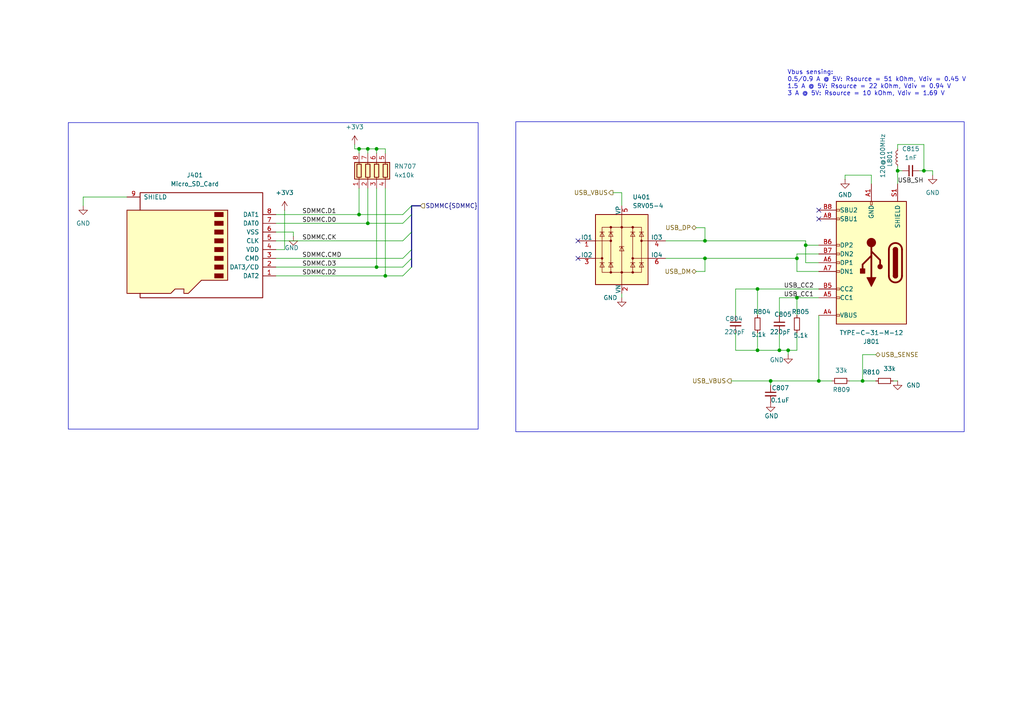
<source format=kicad_sch>
(kicad_sch (version 20250114) (generator "eeschema") (generator_version "9.0")
  (paper "A4")
  (lib_symbols
    (symbol "Connector:Micro_SD_Card" (pin_names (offset 1.016))
      (property "Reference" "J" (at -16.51 15.24 0))
      (property "Value" "Micro_SD_Card" (at 16.51 15.24 0))
      (symbol "Micro_SD_Card_0_1"
        (polyline (pts (xy -8.89 -11.43) (xy -8.89 8.89) (xy -1.27 8.89) (xy 2.54 12.7) (xy 3.81 12.7) (xy 3.81 11.43) (xy 6.35 11.43) (xy 7.62 12.7) (xy 20.32 12.7) (xy 20.32 -11.43) (xy -8.89 -11.43)) (stroke (width 0.254)) (fill (type background)))
        (rectangle (start -7.62 8.255) (end -5.08 6.985) (fill (type outline)))
        (rectangle (start -7.62 5.715) (end -5.08 4.445) (fill (type outline)))
        (rectangle (start -7.62 3.175) (end -5.08 1.905) (fill (type outline)))
        (rectangle (start -7.62 0.635) (end -5.08 -0.635) (fill (type outline)))
        (rectangle (start -7.62 -1.905) (end -5.08 -3.175) (fill (type outline)))
        (rectangle (start -7.62 -4.445) (end -5.08 -5.715) (fill (type outline)))
        (rectangle (start -7.62 -6.985) (end -5.08 -8.255) (fill (type outline)))
        (rectangle (start -7.62 -9.525) (end -5.08 -10.795) (fill (type outline)))
        (polyline (pts (xy 16.51 12.7) (xy 16.51 13.97) (xy -19.05 13.97) (xy -19.05 -16.51) (xy 16.51 -16.51) (xy 16.51 -11.43)) (stroke (width 0.254)))
      )
      (symbol "Micro_SD_Card_1_1"
        (pin bidirectional line (at -22.86 7.62 0) (length 3.81) (name "DAT2") (number "1"))
        (pin bidirectional line (at -22.86 5.08 0) (length 3.81) (name "DAT3/CD") (number "2"))
        (pin input line (at -22.86 2.54 0) (length 3.81) (name "CMD") (number "3"))
        (pin power_in line (at -22.86 0 0) (length 3.81) (name "VDD") (number "4"))
        (pin input line (at -22.86 -2.54 0) (length 3.81) (name "CLK") (number "5"))
        (pin power_in line (at -22.86 -5.08 0) (length 3.81) (name "VSS") (number "6"))
        (pin bidirectional line (at -22.86 -7.62 0) (length 3.81) (name "DAT0") (number "7"))
        (pin bidirectional line (at -22.86 -10.16 0) (length 3.81) (name "DAT1") (number "8"))
        (pin passive line (at 20.32 -15.24 180) (length 3.81) (name "SHIELD") (number "9"))
      )
    )
    (symbol "Device:C_Small" (pin_numbers (hide yes)) (pin_names (offset 0.254) (hide yes))
      (property "Reference" "C" (at 0.254 1.778 0))
      (property "Value" "C_Small" (at 0.254 -2.032 0))
      (symbol "C_Small_0_1"
        (polyline (pts (xy -1.524 0.508) (xy 1.524 0.508)) (stroke (width 0.3048)))
        (polyline (pts (xy -1.524 -0.508) (xy 1.524 -0.508)) (stroke (width 0.3302)))
      )
      (symbol "C_Small_1_1"
        (pin passive line (at 0 2.54 270) (length 2.032) (name "~") (number "1"))
        (pin passive line (at 0 -2.54 90) (length 2.032) (name "~") (number "2"))
      )
    )
    (symbol "Device:L_Small" (pin_numbers (hide yes)) (pin_names (offset 0.254) (hide yes))
      (property "Reference" "L" (at 0.762 1.016 0))
      (property "Value" "L_Small" (at 0.762 -1.016 0))
      (symbol "L_Small_0_1"
        (arc (start 0 2.032) (mid 0.5058 1.524) (end 0 1.016))
        (arc (start 0 1.016) (mid 0.5058 0.508) (end 0 0))
        (arc (start 0 0) (mid 0.5058 -0.508) (end 0 -1.016))
        (arc (start 0 -1.016) (mid 0.5058 -1.524) (end 0 -2.032))
      )
      (symbol "L_Small_1_1"
        (pin passive line (at 0 2.54 270) (length 0.508) (name "~") (number "1"))
        (pin passive line (at 0 -2.54 90) (length 0.508) (name "~") (number "2"))
      )
    )
    (symbol "Device:R_Pack04" (pin_names (offset 0) (hide yes))
      (property "Reference" "RN" (at -7.62 0 90))
      (property "Value" "R_Pack04" (at 5.08 0 90))
      (symbol "R_Pack04_0_1"
        (rectangle (start -6.35 -2.413) (end 3.81 2.413) (stroke (width 0.254)) (fill (type background)))
        (rectangle (start -5.715 1.905) (end -4.445 -1.905) (stroke (width 0.254)))
        (polyline (pts (xy -5.08 1.905) (xy -5.08 2.54)))
        (polyline (pts (xy -5.08 -2.54) (xy -5.08 -1.905)))
        (rectangle (start -3.175 1.905) (end -1.905 -1.905) (stroke (width 0.254)))
        (polyline (pts (xy -2.54 1.905) (xy -2.54 2.54)))
        (polyline (pts (xy -2.54 -2.54) (xy -2.54 -1.905)))
        (rectangle (start -0.635 1.905) (end 0.635 -1.905) (stroke (width 0.254)))
        (polyline (pts (xy 0 1.905) (xy 0 2.54)))
        (polyline (pts (xy 0 -2.54) (xy 0 -1.905)))
        (rectangle (start 1.905 1.905) (end 3.175 -1.905) (stroke (width 0.254)))
        (polyline (pts (xy 2.54 1.905) (xy 2.54 2.54)))
        (polyline (pts (xy 2.54 -2.54) (xy 2.54 -1.905)))
      )
      (symbol "R_Pack04_1_1"
        (pin passive line (at -5.08 5.08 270) (length 2.54) (name "R1.2") (number "8"))
        (pin passive line (at -5.08 -5.08 90) (length 2.54) (name "R1.1") (number "1"))
        (pin passive line (at -2.54 5.08 270) (length 2.54) (name "R2.2") (number "7"))
        (pin passive line (at -2.54 -5.08 90) (length 2.54) (name "R2.1") (number "2"))
        (pin passive line (at 0 5.08 270) (length 2.54) (name "R3.2") (number "6"))
        (pin passive line (at 0 -5.08 90) (length 2.54) (name "R3.1") (number "3"))
        (pin passive line (at 2.54 5.08 270) (length 2.54) (name "R4.2") (number "5"))
        (pin passive line (at 2.54 -5.08 90) (length 2.54) (name "R4.1") (number "4"))
      )
    )
    (symbol "Device:R_Small" (pin_numbers (hide yes)) (pin_names (offset 0.254) (hide yes))
      (property "Reference" "R" (at 0 0 90))
      (property "Value" "R_Small" (at 1.778 0 90))
      (symbol "R_Small_0_1"
        (rectangle (start -0.762 1.778) (end 0.762 -1.778) (stroke (width 0.2032)))
      )
      (symbol "R_Small_1_1"
        (pin passive line (at 0 2.54 270) (length 0.762) (name "~") (number "1"))
        (pin passive line (at 0 -2.54 90) (length 0.762) (name "~") (number "2"))
      )
    )
    (symbol "Power_Protection:SRV05-4" (pin_names (offset 0))
      (property "Reference" "U" (at -5.08 11.43 0))
      (property "Value" "SRV05-4" (at 2.54 11.43 0))
      (symbol "SRV05-4_0_0"
        (rectangle (start -5.715 6.477) (end 5.715 -6.604))
        (polyline (pts (xy -3.175 -6.604) (xy -3.175 6.477)))
        (polyline (pts (xy 3.175 6.477) (xy 3.175 -6.604)))
      )
      (symbol "SRV05-4_0_1"
        (polyline (pts (xy -7.747 2.54) (xy -3.175 2.54)))
        (rectangle (start -7.62 10.16) (end 7.62 -10.16) (stroke (width 0.254)) (fill (type background)))
        (polyline (pts (xy -7.62 -2.54) (xy -5.715 -2.54)))
        (circle (center -5.715 -2.54) (radius 0.2794) (fill (type outline)))
        (polyline (pts (xy -5.08 5.08) (xy -6.35 5.08)))
        (polyline (pts (xy -5.08 3.81) (xy -6.35 3.81) (xy -5.715 5.08) (xy -5.08 3.81)))
        (polyline (pts (xy -5.08 -3.81) (xy -6.35 -3.81)))
        (polyline (pts (xy -5.08 -5.08) (xy -6.35 -5.08) (xy -5.715 -3.81) (xy -5.08 -5.08)))
        (circle (center -3.175 6.477) (radius 0.2794) (fill (type outline)))
        (circle (center -3.175 2.54) (radius 0.2794) (fill (type outline)))
        (circle (center -3.175 -6.604) (radius 0.2794) (fill (type outline)))
        (polyline (pts (xy -2.54 5.08) (xy -3.81 5.08)))
        (polyline (pts (xy -2.54 3.81) (xy -3.81 3.81) (xy -3.175 5.08) (xy -2.54 3.81)))
        (polyline (pts (xy -2.54 -3.81) (xy -3.81 -3.81)))
        (polyline (pts (xy -2.54 -5.08) (xy -3.81 -5.08) (xy -3.175 -3.81) (xy -2.54 -5.08)))
        (polyline (pts (xy 0 10.16) (xy 0 -10.16)))
        (circle (center 0 6.477) (radius 0.2794) (fill (type outline)))
        (circle (center 0 -6.604) (radius 0.2794) (fill (type outline)))
        (polyline (pts (xy 0.635 0.889) (xy -0.635 0.889) (xy -0.635 0.635)))
        (polyline (pts (xy 0.635 -0.381) (xy -0.635 -0.381) (xy 0 0.889) (xy 0.635 -0.381)))
        (circle (center 3.175 6.477) (radius 0.2794) (fill (type outline)))
        (circle (center 3.175 -2.54) (radius 0.2794) (fill (type outline)))
        (circle (center 3.175 -6.604) (radius 0.2794) (fill (type outline)))
        (polyline (pts (xy 3.81 5.08) (xy 2.54 5.08)))
        (polyline (pts (xy 3.81 3.81) (xy 2.54 3.81) (xy 3.175 5.08) (xy 3.81 3.81)))
        (polyline (pts (xy 3.81 -3.81) (xy 2.54 -3.81)))
        (polyline (pts (xy 3.81 -5.08) (xy 2.54 -5.08) (xy 3.175 -3.81) (xy 3.81 -5.08)))
        (circle (center 5.715 2.54) (radius 0.2794) (fill (type outline)))
        (polyline (pts (xy 6.35 5.08) (xy 5.08 5.08)))
        (polyline (pts (xy 6.35 3.81) (xy 5.08 3.81) (xy 5.715 5.08) (xy 6.35 3.81)))
        (polyline (pts (xy 6.35 -3.81) (xy 5.08 -3.81)))
        (polyline (pts (xy 6.35 -5.08) (xy 5.08 -5.08) (xy 5.715 -3.81) (xy 6.35 -5.08)))
        (polyline (pts (xy 7.62 2.54) (xy 5.715 2.54)))
        (polyline (pts (xy 7.62 -2.54) (xy 3.175 -2.54)))
      )
      (symbol "SRV05-4_1_1"
        (pin passive line (at -12.7 2.54 0) (length 5.08) (name "IO1") (number "1"))
        (pin passive line (at -12.7 -2.54 0) (length 5.08) (name "IO2") (number "3"))
        (pin passive line (at 0 12.7 270) (length 2.54) (name "VP") (number "5"))
        (pin passive line (at 0 -12.7 90) (length 2.54) (name "VN") (number "2"))
        (pin passive line (at 12.7 2.54 180) (length 5.08) (name "IO3") (number "4"))
        (pin passive line (at 12.7 -2.54 180) (length 5.08) (name "IO4") (number "6"))
      )
    )
    (symbol "iw-connector:TYPE-C-31-M-12" (pin_names (offset 1.016))
      (property "Reference" "J" (at 0 22.225 0))
      (symbol "TYPE-C-31-M-12_0_0"
        (rectangle (start -0.254 -17.78) (end 0.254 -16.764))
        (rectangle (start 10.16 15.494) (end 9.144 14.986))
        (rectangle (start 10.16 10.414) (end 9.144 9.906))
        (rectangle (start 10.16 7.874) (end 9.144 7.366))
        (rectangle (start 10.16 2.794) (end 9.144 2.286))
        (rectangle (start 10.16 0.254) (end 9.144 -0.254))
        (rectangle (start 10.16 -2.286) (end 9.144 -2.794))
        (rectangle (start 10.16 -4.826) (end 9.144 -5.334))
        (rectangle (start 10.16 -12.446) (end 9.144 -12.954))
        (rectangle (start 10.16 -14.986) (end 9.144 -15.494))
      )
      (symbol "TYPE-C-31-M-12_0_1"
        (rectangle (start -10.16 17.78) (end 10.16 -17.78) (stroke (width 0.254)) (fill (type background)))
        (polyline (pts (xy -8.89 -3.81) (xy -8.89 3.81)) (stroke (width 0.508)))
        (rectangle (start -7.62 -3.81) (end -6.35 3.81) (stroke (width 0.254)) (fill (type outline)))
        (arc (start -7.62 3.81) (mid -6.985 4.4423) (end -6.35 3.81) (stroke (width 0.254)))
        (arc (start -7.62 3.81) (mid -6.985 4.4423) (end -6.35 3.81) (stroke (width 0.254)) (fill (type outline)))
        (arc (start -8.89 3.81) (mid -6.985 5.7067) (end -5.08 3.81) (stroke (width 0.508)))
        (arc (start -5.08 -3.81) (mid -6.985 -5.7067) (end -8.89 -3.81) (stroke (width 0.508)))
        (arc (start -6.35 -3.81) (mid -6.985 -4.4423) (end -7.62 -3.81) (stroke (width 0.254)))
        (arc (start -6.35 -3.81) (mid -6.985 -4.4423) (end -7.62 -3.81) (stroke (width 0.254)) (fill (type outline)))
        (polyline (pts (xy -5.08 3.81) (xy -5.08 -3.81)) (stroke (width 0.508)))
        (circle (center -2.54 1.143) (radius 0.635) (stroke (width 0.254)) (fill (type outline)))
        (polyline (pts (xy -1.27 4.318) (xy 0 6.858) (xy 1.27 4.318) (xy -1.27 4.318)) (stroke (width 0.254)) (fill (type outline)))
        (polyline (pts (xy 0 -2.032) (xy 2.54 0.508) (xy 2.54 1.778)) (stroke (width 0.508)))
        (polyline (pts (xy 0 -3.302) (xy -2.54 -0.762) (xy -2.54 0.508)) (stroke (width 0.508)))
        (polyline (pts (xy 0 -5.842) (xy 0 4.318)) (stroke (width 0.508)))
        (circle (center 0 -5.842) (radius 1.27) (fill (type outline)))
        (rectangle (start 1.905 1.778) (end 3.175 3.048) (stroke (width 0.254)) (fill (type outline)))
      )
      (symbol "TYPE-C-31-M-12_1_1"
        (pin passive line (at -7.62 -22.86 90) (length 5.08) (name "SHIELD") (number "S1"))
        (pin passive line (at 0 -22.86 90) (length 5.08) (name "GND") (number "A1"))
        (pin passive line (at 0 -22.86 90) (length 5.08) (hide yes) (name "GND") (number "A12"))
        (pin passive line (at 0 -22.86 90) (length 5.08) (hide yes) (name "GND") (number "B1"))
        (pin passive line (at 0 -22.86 90) (length 5.08) (hide yes) (name "GND") (number "B12"))
        (pin passive line (at 15.24 15.24 180) (length 5.08) (name "VBUS") (number "A4"))
        (pin passive line (at 15.24 15.24 180) (length 5.08) (hide yes) (name "VBUS") (number "A9"))
        (pin passive line (at 15.24 15.24 180) (length 5.08) (hide yes) (name "VBUS") (number "B4"))
        (pin passive line (at 15.24 15.24 180) (length 5.08) (hide yes) (name "VBUS") (number "B9"))
        (pin bidirectional line (at 15.24 10.16 180) (length 5.08) (name "CC1") (number "A5"))
        (pin bidirectional line (at 15.24 7.62 180) (length 5.08) (name "CC2") (number "B5"))
        (pin bidirectional line (at 15.24 2.54 180) (length 5.08) (name "DN1") (number "A7"))
        (pin bidirectional line (at 15.24 0 180) (length 5.08) (name "DP1") (number "A6"))
        (pin bidirectional line (at 15.24 -2.54 180) (length 5.08) (name "DN2") (number "B7"))
        (pin bidirectional line (at 15.24 -5.08 180) (length 5.08) (name "DP2") (number "B6"))
        (pin bidirectional line (at 15.24 -12.7 180) (length 5.08) (name "SBU1") (number "A8"))
        (pin bidirectional line (at 15.24 -15.24 180) (length 5.08) (name "SBU2") (number "B8"))
      )
    )
    (symbol "power:+3V3" (power) (pin_numbers (hide yes)) (pin_names (offset 0) (hide yes))
      (property "Value" "+3V3" (at 0 3.556 0))
      (symbol "+3V3_0_1"
        (polyline (pts (xy -0.762 1.27) (xy 0 2.54)))
        (polyline (pts (xy 0 2.54) (xy 0.762 1.27)))
        (polyline (pts (xy 0 0) (xy 0 2.54)))
      )
      (symbol "+3V3_1_1"
        (pin power_in line (at 0 0 90) (length 0) (name "~") (number "1"))
      )
    )
    (symbol "power:GND" (power) (pin_numbers (hide yes)) (pin_names (offset 0) (hide yes))
      (property "Value" "GND" (at 0 -3.81 0))
      (symbol "GND_0_1"
        (polyline (pts (xy 0 0) (xy 0 -1.27) (xy 1.27 -1.27) (xy 0 -2.54) (xy -1.27 -1.27) (xy 0 -1.27)))
      )
      (symbol "GND_1_1"
        (pin power_in line (at 0 0 270) (length 0) (name "~") (number "1"))
      )
    )
  )
  (rectangle (start 149.606 35.306) (end 279.654 125.222))
  (rectangle (start 19.812 35.56) (end 138.684 124.46))
  (text "Vbus sensing: \n0.5/0.9 A @ 5V: Rsource = 51 kOhm, Vdiv = 0.45 V\n1.5 A @ 5V: Rsource = 22 kOhm, Vdiv = 0.94 V\n3 A @ 5V: Rsource = 10 kOhm, Vdiv = 1.69 V" (at 228.346 27.94 0) (effects (font (size 1.27 1.27)) (justify left bottom)))
  (junction (at 260.35 49.53))
  (junction (at 106.68 64.77))
  (junction (at 104.14 62.23))
  (junction (at 233.68 71.12))
  (junction (at 231.14 86.36))
  (junction (at 228.6 101.6))
  (junction (at 219.71 101.6))
  (junction (at 104.14 43.18))
  (junction (at 250.19 110.49))
  (junction (at 106.68 43.18))
  (junction (at 226.06 101.6))
  (junction (at 223.52 110.49))
  (junction (at 204.47 69.85))
  (junction (at 109.22 77.47))
  (junction (at 109.22 43.18))
  (junction (at 231.14 74.93))
  (junction (at 204.47 74.93))
  (junction (at 237.49 110.49))
  (junction (at 111.76 80.01))
  (junction (at 267.97 49.53))
  (junction (at 219.71 83.82))
  (no_connect (at 167.64 74.93))
  (no_connect (at 167.64 69.85))
  (no_connect (at 237.49 60.96))
  (no_connect (at 237.49 63.5))
  (bus_entry (at 116.84 64.77) (size 2.54 -2.54))
  (bus_entry (at 116.84 77.47) (size 2.54 -2.54))
  (bus_entry (at 116.84 69.85) (size 2.54 -2.54))
  (bus_entry (at 116.84 74.93) (size 2.54 -2.54))
  (bus_entry (at 116.84 62.23) (size 2.54 -2.54))
  (bus_entry (at 116.84 80.01) (size 2.54 -2.54))
  (wire (pts (xy 231.14 86.36) (xy 231.14 91.44)))
  (wire (pts (xy 226.06 86.36) (xy 231.14 86.36)))
  (wire (pts (xy 246.38 110.49) (xy 250.19 110.49)))
  (wire (pts (xy 80.01 72.39) (xy 82.55 72.39)))
  (wire (pts (xy 102.87 41.91) (xy 102.87 43.18)))
  (wire (pts (xy 109.22 43.18) (xy 109.22 44.45)))
  (wire (pts (xy 85.09 68.58) (xy 85.09 67.31)))
  (wire (pts (xy 226.06 91.44) (xy 226.06 86.36)))
  (wire (pts (xy 237.49 110.49) (xy 241.3 110.49)))
  (wire (pts (xy 193.04 74.93) (xy 204.47 74.93)))
  (wire (pts (xy 250.19 102.87) (xy 254 102.87)))
  (bus (pts (xy 119.38 72.39) (xy 119.38 74.93)))
  (wire (pts (xy 80.01 62.23) (xy 104.14 62.23)))
  (wire (pts (xy 219.71 101.6) (xy 226.06 101.6)))
  (wire (pts (xy 213.36 91.44) (xy 213.36 83.82)))
  (bus (pts (xy 119.38 62.23) (xy 119.38 67.31)))
  (wire (pts (xy 228.6 101.6) (xy 228.6 102.87)))
  (bus (pts (xy 119.38 74.93) (xy 119.38 77.47)))
  (wire (pts (xy 204.47 74.93) (xy 204.47 78.74)))
  (wire (pts (xy 213.36 83.82) (xy 219.71 83.82)))
  (wire (pts (xy 177.8 55.88) (xy 180.34 55.88)))
  (wire (pts (xy 223.52 110.49) (xy 237.49 110.49)))
  (wire (pts (xy 259.08 110.49) (xy 260.35 110.49)))
  (wire (pts (xy 204.47 74.93) (xy 231.14 74.93)))
  (wire (pts (xy 226.06 101.6) (xy 228.6 101.6)))
  (wire (pts (xy 212.09 110.49) (xy 223.52 110.49)))
  (wire (pts (xy 213.36 101.6) (xy 219.71 101.6)))
  (wire (pts (xy 204.47 66.04) (xy 204.47 69.85)))
  (wire (pts (xy 111.76 80.01) (xy 111.76 54.61)))
  (wire (pts (xy 231.14 73.66) (xy 237.49 73.66)))
  (wire (pts (xy 82.55 60.96) (xy 82.55 72.39)))
  (wire (pts (xy 104.14 43.18) (xy 104.14 44.45)))
  (wire (pts (xy 24.13 57.15) (xy 36.83 57.15)))
  (bus (pts (xy 119.38 67.31) (xy 119.38 72.39)))
  (wire (pts (xy 193.04 69.85) (xy 204.47 69.85)))
  (wire (pts (xy 260.35 53.34) (xy 260.35 49.53)))
  (wire (pts (xy 104.14 43.18) (xy 106.68 43.18)))
  (wire (pts (xy 111.76 80.01) (xy 116.84 80.01)))
  (wire (pts (xy 245.11 50.8) (xy 245.11 52.07)))
  (wire (pts (xy 233.68 71.12) (xy 233.68 76.2)))
  (wire (pts (xy 180.34 55.88) (xy 180.34 59.69)))
  (wire (pts (xy 80.01 64.77) (xy 106.68 64.77)))
  (wire (pts (xy 237.49 78.74) (xy 231.14 78.74)))
  (wire (pts (xy 261.62 49.53) (xy 260.35 49.53)))
  (wire (pts (xy 111.76 43.18) (xy 111.76 44.45)))
  (wire (pts (xy 260.35 41.91) (xy 267.97 41.91)))
  (wire (pts (xy 266.7 49.53) (xy 267.97 49.53)))
  (wire (pts (xy 104.14 43.18) (xy 102.87 43.18)))
  (wire (pts (xy 219.71 83.82) (xy 219.71 91.44)))
  (wire (pts (xy 267.97 41.91) (xy 267.97 49.53)))
  (wire (pts (xy 106.68 43.18) (xy 109.22 43.18)))
  (wire (pts (xy 116.84 74.93) (xy 80.01 74.93)))
  (wire (pts (xy 219.71 83.82) (xy 237.49 83.82)))
  (wire (pts (xy 104.14 62.23) (xy 116.84 62.23)))
  (wire (pts (xy 109.22 43.18) (xy 111.76 43.18)))
  (wire (pts (xy 104.14 54.61) (xy 104.14 62.23)))
  (wire (pts (xy 80.01 77.47) (xy 109.22 77.47)))
  (wire (pts (xy 219.71 96.52) (xy 219.71 101.6)))
  (wire (pts (xy 204.47 69.85) (xy 233.68 69.85)))
  (wire (pts (xy 80.01 80.01) (xy 111.76 80.01)))
  (wire (pts (xy 106.68 64.77) (xy 116.84 64.77)))
  (wire (pts (xy 109.22 77.47) (xy 109.22 54.61)))
  (wire (pts (xy 270.51 49.53) (xy 267.97 49.53)))
  (wire (pts (xy 231.14 74.93) (xy 231.14 78.74)))
  (wire (pts (xy 109.22 77.47) (xy 116.84 77.47)))
  (wire (pts (xy 231.14 74.93) (xy 231.14 73.66)))
  (wire (pts (xy 233.68 71.12) (xy 237.49 71.12)))
  (wire (pts (xy 250.19 110.49) (xy 254 110.49)))
  (wire (pts (xy 213.36 96.52) (xy 213.36 101.6)))
  (wire (pts (xy 201.93 78.74) (xy 204.47 78.74)))
  (bus (pts (xy 119.38 59.69) (xy 121.92 59.69)))
  (bus (pts (xy 119.38 59.69) (xy 119.38 62.23)))
  (wire (pts (xy 180.34 85.09) (xy 180.34 86.36)))
  (wire (pts (xy 85.09 67.31) (xy 80.01 67.31)))
  (wire (pts (xy 260.35 48.26) (xy 260.35 49.53)))
  (wire (pts (xy 223.52 111.76) (xy 223.52 110.49)))
  (wire (pts (xy 250.19 110.49) (xy 250.19 102.87)))
  (wire (pts (xy 237.49 76.2) (xy 233.68 76.2)))
  (wire (pts (xy 231.14 86.36) (xy 237.49 86.36)))
  (wire (pts (xy 245.11 50.8) (xy 252.73 50.8)))
  (wire (pts (xy 24.13 57.15) (xy 24.13 59.69)))
  (wire (pts (xy 226.06 96.52) (xy 226.06 101.6)))
  (wire (pts (xy 233.68 69.85) (xy 233.68 71.12)))
  (wire (pts (xy 201.93 66.04) (xy 204.47 66.04)))
  (wire (pts (xy 237.49 91.44) (xy 237.49 110.49)))
  (wire (pts (xy 231.14 96.52) (xy 231.14 101.6)))
  (wire (pts (xy 260.35 41.91) (xy 260.35 43.18)))
  (wire (pts (xy 252.73 50.8) (xy 252.73 53.34)))
  (wire (pts (xy 80.01 69.85) (xy 116.84 69.85)))
  (wire (pts (xy 106.68 64.77) (xy 106.68 54.61)))
  (wire (pts (xy 231.14 101.6) (xy 228.6 101.6)))
  (wire (pts (xy 270.51 49.53) (xy 270.51 50.8)))
  (wire (pts (xy 106.68 43.18) (xy 106.68 44.45)))
  (label "USB_SH" (at 260.35 53.34 0))
  (label "SDMMC.CK" (at 87.63 69.85 0))
  (label "USB_CC2" (at 227.33 83.82 0))
  (label "SDMMC.D3" (at 87.63 77.47 0))
  (label "SDMMC.D1" (at 87.63 62.23 0))
  (label "SDMMC.D0" (at 87.63 64.77 0))
  (label "USB_CC1" (at 227.33 86.36 0))
  (label "SDMMC.D2" (at 87.63 80.01 0))
  (label "SDMMC.CMD" (at 87.63 74.93 0))
  (hierarchical_label "USB_VBUS" (shape output) (at 212.09 110.49 180))
  (hierarchical_label "USB_VBUS" (shape output) (at 177.8 55.88 180))
  (hierarchical_label "USB_DM" (shape bidirectional) (at 201.93 78.74 180))
  (hierarchical_label "USB_SENSE" (shape bidirectional) (at 254 102.87 0))
  (hierarchical_label "USB_DP" (shape bidirectional) (at 201.93 66.04 180))
  (hierarchical_label "SDMMC{SDMMC}" (shape input) (at 121.92 59.69 0))
  (symbol (lib_id "Device:R_Small") (at 243.84 110.49 90) (unit 1)
    (property "Reference" "R809" (at 246.634 113.03 90) (effects (justify left)))
    (property "Value" "33k" (at 245.872 107.442 90) (effects (justify left)))
    (property "Footprint" "Resistor_SMD:R_0603_1608Metric" (effects (hide yes)))
    (property "Description" "Resistor, small symbol" (effects (hide yes)))
    (property "LCSC Part Number" "C4216" (effects (hide yes)))
    (property "Manufacturing Part Number" "0603WAF3302T5E" (effects (hide yes)))
  )
  (symbol (lib_id "power:GND") (at 223.52 116.84 0) (unit 1)
    (property "Reference" "#PWR0810" (effects (hide yes)))
    (property "Value" "GND" (at 223.774 120.65 0))
    (property "Description" "Power symbol creates a global label with name \"GND\" , ground" (effects (hide yes)))
  )
  (symbol (lib_id "Device:R_Small") (at 256.54 110.49 90) (unit 1)
    (property "Reference" "R810" (at 255.27 107.95 90) (effects (justify left)))
    (property "Value" "33k" (at 259.842 106.934 90) (effects (justify left)))
    (property "Footprint" "Resistor_SMD:R_0603_1608Metric" (effects (hide yes)))
    (property "Description" "Resistor, small symbol" (effects (hide yes)))
    (property "LCSC Part Number" "C4216" (effects (hide yes)))
    (property "Manufacturing Part Number" "0603WAF3302T5E" (effects (hide yes)))
  )
  (symbol (lib_id "power:GND") (at 228.6 102.87 0) (unit 1)
    (property "Reference" "#PWR0807" (effects (hide yes)))
    (property "Value" "GND" (at 225.298 104.394 0))
    (property "Description" "Power symbol creates a global label with name \"GND\" , ground" (effects (hide yes)))
  )
  (symbol (lib_id "power:GND") (at 24.13 59.69 0) (unit 1)
    (property "Reference" "#PWR0401" (effects (hide yes)))
    (property "Value" "GND" (at 24.13 64.77 0))
    (property "Description" "Power symbol creates a global label with name \"GND\" , ground" (effects (hide yes)))
  )
  (symbol (lib_id "Device:C_Small") (at 264.16 49.53 90) (unit 1)
    (property "Reference" "C815" (at 264.1663 43.18 90))
    (property "Value" "1nF" (at 264.1663 45.72 90))
    (property "Footprint" "Capacitor_SMD:C_1206_3216Metric" (effects (hide yes)))
    (property "Datasheet" "https://jlcpcb.com/api/file/downloadByFileSystemAccessId/8588884724085362688" (effects (hide yes)))
    (property "Description" "2kV ESD protection capacitor" (effects (hide yes)))
    (property "LCSC Part Number" "C9196" (effects (hide yes)))
    (property "Manufacturing Part Number" "1206B102K202NT" (effects (hide yes)))
  )
  (symbol (lib_id "power:GND") (at 270.51 50.8 0) (unit 1)
    (property "Reference" "#PWR0801" (effects (hide yes)))
    (property "Value" "GND" (at 270.51 55.88 0))
    (property "Description" "Power symbol creates a global label with name \"GND\" , ground" (effects (hide yes)))
  )
  (symbol (lib_id "power:GND") (at 85.09 68.58 0) (unit 1)
    (property "Reference" "#PWR0404" (effects (hide yes)))
    (property "Value" "GND" (at 84.582 71.882 0))
    (property "Description" "Power symbol creates a global label with name \"GND\" , ground" (effects (hide yes)))
  )
  (symbol (lib_id "Power_Protection:SRV05-4") (at 180.34 72.39 0) (unit 1)
    (property "Reference" "U401" (at 183.4581 57.15 0) (effects (justify left)))
    (property "Value" "SRV05-4" (at 183.4581 59.69 0) (effects (justify left)))
    (property "Footprint" "Package_TO_SOT_SMD:SOT-23-6" (effects (hide yes)))
    (property "Datasheet" "https://jlcpcb.com/api/file/downloadByFileSystemAccessId/8590925050793451520" (effects (hide yes)))
    (property "Description" "ESD Protection Diodes with Low Clamping Voltage, SOT-23-6" (effects (hide yes)))
    (property "LPN" "C20615829" (effects (hide yes)))
    (property "MPN" "SRV05-4A " (effects (hide yes)))
  )
  (symbol (lib_id "Connector:Micro_SD_Card") (at 57.15 72.39 180) (unit 1)
    (property "Reference" "J401" (at 56.515 50.8 0))
    (property "Value" "Micro_SD_Card" (at 56.515 53.34 0))
    (property "Footprint" "iw-memory:TF01A" (effects (hide yes)))
    (property "Datasheet" "https://jlcpcb.com/api/file/downloadByFileSystemAccessId/8588894212661764096" (effects (hide yes)))
    (property "Description" "Micro SD Card Socket" (effects (hide yes)))
    (property "LPN" "C91145 " (effects (hide yes)))
    (property "MPN" "TF-01A " (effects (hide yes)))
  )
  (symbol (lib_id "power:+3V3") (at 102.87 41.91 0) (unit 1)
    (property "Reference" "#PWR0402" (effects (hide yes)))
    (property "Value" "+3V3" (at 102.87 36.83 0))
    (property "Description" "Power symbol creates a global label with name \"+3V3\"" (effects (hide yes)))
  )
  (symbol (lib_id "power:GND") (at 180.34 86.36 0) (unit 1)
    (property "Reference" "#PWR061" (effects (hide yes)))
    (property "Value" "GND" (at 177.038 86.36 0))
  )
  (symbol (lib_id "iw-connector:TYPE-C-31-M-12") (at 252.73 76.2 180) (unit 1)
    (property "Reference" "J801" (at 252.73 99.06 0))
    (property "Value" "TYPE-C-31-M-12" (at 252.73 96.52 0))
    (property "Footprint" "Connector_USB:USB_C_Receptacle_HRO_TYPE-C-31-M-12" (effects (hide yes)))
    (property "Datasheet" "https://www.usb.org/sites/default/files/documents/usb_type-c.zip" (effects (hide yes)))
    (property "Description" "USB 2.0-only 16P Type-C Receptacle connector" (effects (hide yes)))
    (property "LCSC Part Number" "C165948" (effects (hide yes)))
    (property "Manufacturing Part Number" "TYPE-C-31-M-12 " (effects (hide yes)))
  )
  (symbol (lib_id "power:GND") (at 260.35 110.49 0) (unit 1)
    (property "Reference" "#PWR0809" (effects (hide yes)))
    (property "Value" "GND" (at 262.89 111.7599 0) (effects (justify left)))
    (property "Description" "Power symbol creates a global label with name \"GND\" , ground" (effects (hide yes)))
  )
  (symbol (lib_id "Device:C_Small") (at 226.06 93.98 0) (unit 1)
    (property "Reference" "C805" (at 224.536 91.186 0) (effects (justify left)))
    (property "Value" "220pF" (at 223.266 96.266 0) (effects (justify left)))
    (property "Footprint" "Capacitor_SMD:C_0402_1005Metric" (effects (hide yes)))
    (property "Datasheet" "https://jlcpcb.com/api/file/downloadByFileSystemAccessId/8579707213092610048" (effects (hide yes)))
    (property "Description" "X7R" (effects (hide yes)))
    (property "LCSC Part Number" "C1530" (effects (hide yes)))
    (property "Manufacturing Part Number" "0402B221K500NT" (effects (hide yes)))
  )
  (symbol (lib_id "Device:L_Small") (at 260.35 45.72 0) (mirror y) (unit 1)
    (property "Reference" "L801" (at 258.064 45.974 90))
    (property "Value" "120@100MHz" (at 256.032 45.212 90))
    (property "Footprint" "Inductor_SMD:L_0603_1608Metric" (effects (hide yes)))
    (property "Datasheet" "https://jlcpcb.com/api/file/downloadByFileSystemAccessId/8588898925176217600" (effects (hide yes)))
    (property "Description" "25mOhm, 1-3A" (effects (hide yes)))
    (property "LCSC Part Number" "C285595" (effects (hide yes)))
    (property "Manufacturing Part Number" "UPB160805T-121Y-N " (effects (hide yes)))
  )
  (symbol (lib_id "Device:C_Small") (at 223.52 114.3 0) (unit 1)
    (property "Reference" "C807" (at 223.774 112.522 0) (effects (justify left)))
    (property "Value" "0.1uF" (at 223.52 116.078 0) (effects (justify left)))
    (property "Footprint" "Capacitor_SMD:C_0402_1005Metric" (effects (hide yes)))
    (property "Datasheet" "https://jlcpcb.com/api/file/downloadByFileSystemAccessId/8603345729432014848" (effects (hide yes)))
    (property "Description" "X7R" (effects (hide yes)))
    (property "LCSC Part Number" "C22435929" (effects (hide yes)))
    (property "Manufacturing Part Number" "CGA0201X7R104K160ET " (effects (hide yes)))
    (property "LPN" "C307331" (effects (hide yes)))
    (property "MPN" "CL05B104KB54PNC" (effects (hide yes)))
  )
  (symbol (lib_id "Device:C_Small") (at 213.36 93.98 0) (unit 1)
    (property "Reference" "C804" (at 210.312 92.456 0) (effects (justify left)))
    (property "Value" "220pF" (at 210.058 96.266 0) (effects (justify left)))
    (property "Footprint" "Capacitor_SMD:C_0402_1005Metric" (effects (hide yes)))
    (property "Datasheet" "https://jlcpcb.com/api/file/downloadByFileSystemAccessId/8579707213092610048" (effects (hide yes)))
    (property "Description" "X7R" (effects (hide yes)))
    (property "LCSC Part Number" "C1530" (effects (hide yes)))
    (property "Manufacturing Part Number" "0402B221K500NT" (effects (hide yes)))
  )
  (symbol (lib_id "Device:R_Small") (at 231.14 93.98 180) (unit 1)
    (property "Reference" "R805" (at 229.616 90.424 0) (effects (justify right)))
    (property "Value" "5.1k" (at 230.124 97.282 0) (effects (justify right)))
    (property "Footprint" "Resistor_SMD:R_0603_1608Metric" (effects (hide yes)))
    (property "Description" "Resistor, small symbol" (effects (hide yes)))
    (property "LCSC Part Number" "C23186" (effects (hide yes)))
    (property "Manufacturing Part Number" "0603WAF5101T5E" (effects (hide yes)))
  )
  (symbol (lib_id "Device:R_Small") (at 219.71 93.98 180) (unit 1)
    (property "Reference" "R804" (at 218.44 90.424 0) (effects (justify right)))
    (property "Value" "5.1k" (at 217.932 97.028 0) (effects (justify right)))
    (property "Footprint" "Resistor_SMD:R_0603_1608Metric" (effects (hide yes)))
    (property "Description" "Resistor, small symbol" (effects (hide yes)))
    (property "LCSC Part Number" "C23186" (effects (hide yes)))
    (property "Manufacturing Part Number" "0603WAF5101T5E" (effects (hide yes)))
  )
  (symbol (lib_id "power:+3V3") (at 82.55 60.96 0) (unit 1)
    (property "Reference" "#PWR0403" (effects (hide yes)))
    (property "Value" "+3V3" (at 82.55 55.88 0))
    (property "Description" "Power symbol creates a global label with name \"+3V3\"" (effects (hide yes)))
  )
  (symbol (lib_id "Device:R_Pack04") (at 109.22 49.53 0) (unit 1)
    (property "Reference" "RN707" (at 114.3 48.2599 0) (effects (justify left)))
    (property "Value" "4x10k" (at 114.3 50.7999 0) (effects (justify left)))
    (property "Footprint" "Resistor_SMD:R_Array_Convex_4x0603" (effects (hide yes)))
    (property "Datasheet" "https://jlcpcb.com/api/file/downloadByFileSystemAccessId/8579705779295092736" (effects (hide yes)))
    (property "Description" "4 resistor network, parallel topology" (effects (hide yes)))
    (property "LCSC Part Number" "C29718" (effects (hide yes)))
    (property "Manufacturing Part Number" "4D03WGJ0103T5E" (effects (hide yes)))
  )
  (symbol (lib_id "power:GND") (at 245.11 52.07 0) (unit 1)
    (property "Reference" "#PWR0820" (effects (hide yes)))
    (property "Value" "GND" (at 245.11 56.515 0))
    (property "Description" "Power symbol creates a global label with name \"GND\" , ground" (effects (hide yes)))
  )
)
</source>
